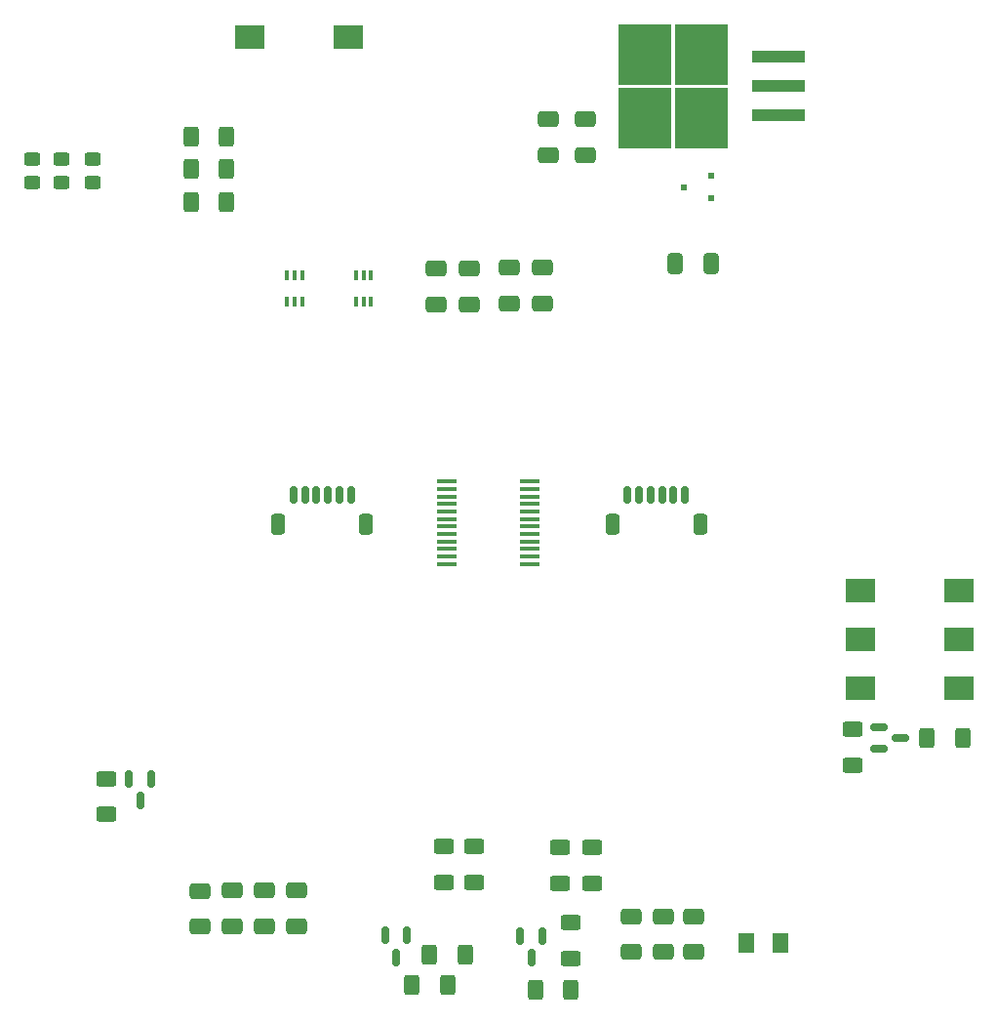
<source format=gtp>
G04 #@! TF.GenerationSoftware,KiCad,Pcbnew,7.0.8*
G04 #@! TF.CreationDate,2024-08-07T19:44:42-07:00*
G04 #@! TF.ProjectId,bloo,626c6f6f-2e6b-4696-9361-645f70636258,rev?*
G04 #@! TF.SameCoordinates,Original*
G04 #@! TF.FileFunction,Paste,Top*
G04 #@! TF.FilePolarity,Positive*
%FSLAX46Y46*%
G04 Gerber Fmt 4.6, Leading zero omitted, Abs format (unit mm)*
G04 Created by KiCad (PCBNEW 7.0.8) date 2024-08-07 19:44:42*
%MOMM*%
%LPD*%
G01*
G04 APERTURE LIST*
G04 Aperture macros list*
%AMRoundRect*
0 Rectangle with rounded corners*
0 $1 Rounding radius*
0 $2 $3 $4 $5 $6 $7 $8 $9 X,Y pos of 4 corners*
0 Add a 4 corners polygon primitive as box body*
4,1,4,$2,$3,$4,$5,$6,$7,$8,$9,$2,$3,0*
0 Add four circle primitives for the rounded corners*
1,1,$1+$1,$2,$3*
1,1,$1+$1,$4,$5*
1,1,$1+$1,$6,$7*
1,1,$1+$1,$8,$9*
0 Add four rect primitives between the rounded corners*
20,1,$1+$1,$2,$3,$4,$5,0*
20,1,$1+$1,$4,$5,$6,$7,0*
20,1,$1+$1,$6,$7,$8,$9,0*
20,1,$1+$1,$8,$9,$2,$3,0*%
G04 Aperture macros list end*
%ADD10RoundRect,0.250000X-0.450000X0.325000X-0.450000X-0.325000X0.450000X-0.325000X0.450000X0.325000X0*%
%ADD11R,2.500000X2.000000*%
%ADD12RoundRect,0.150000X-0.150000X0.587500X-0.150000X-0.587500X0.150000X-0.587500X0.150000X0.587500X0*%
%ADD13RoundRect,0.250000X-0.400000X-0.625000X0.400000X-0.625000X0.400000X0.625000X-0.400000X0.625000X0*%
%ADD14R,0.508000X0.508000*%
%ADD15RoundRect,0.250000X-0.650000X0.412500X-0.650000X-0.412500X0.650000X-0.412500X0.650000X0.412500X0*%
%ADD16RoundRect,0.250000X0.625000X-0.400000X0.625000X0.400000X-0.625000X0.400000X-0.625000X-0.400000X0*%
%ADD17RoundRect,0.250000X0.650000X-0.412500X0.650000X0.412500X-0.650000X0.412500X-0.650000X-0.412500X0*%
%ADD18RoundRect,0.250000X0.400000X0.625000X-0.400000X0.625000X-0.400000X-0.625000X0.400000X-0.625000X0*%
%ADD19RoundRect,0.150000X0.150000X0.625000X-0.150000X0.625000X-0.150000X-0.625000X0.150000X-0.625000X0*%
%ADD20RoundRect,0.250000X0.350000X0.650000X-0.350000X0.650000X-0.350000X-0.650000X0.350000X-0.650000X0*%
%ADD21R,0.355600X0.850900*%
%ADD22R,4.550000X5.250000*%
%ADD23R,4.600000X1.100000*%
%ADD24RoundRect,0.250001X-0.462499X-0.624999X0.462499X-0.624999X0.462499X0.624999X-0.462499X0.624999X0*%
%ADD25R,1.750000X0.450000*%
%ADD26RoundRect,0.250000X0.412500X0.650000X-0.412500X0.650000X-0.412500X-0.650000X0.412500X-0.650000X0*%
%ADD27RoundRect,0.150000X-0.587500X-0.150000X0.587500X-0.150000X0.587500X0.150000X-0.587500X0.150000X0*%
G04 APERTURE END LIST*
D10*
X169600000Y-110950000D03*
X169600000Y-113000000D03*
D11*
X185920000Y-100400000D03*
X194480000Y-100400000D03*
X238920000Y-152650000D03*
X247480000Y-152650000D03*
D12*
X211300000Y-178400000D03*
X209400000Y-178400000D03*
X210350000Y-180275000D03*
D11*
X238920000Y-148400000D03*
X247480000Y-148400000D03*
D13*
X210700000Y-183000000D03*
X213800000Y-183000000D03*
D14*
X225987600Y-114350001D03*
X225987600Y-112449999D03*
X223600000Y-113400000D03*
D15*
X215000000Y-107475000D03*
X215000000Y-110600000D03*
D16*
X202800000Y-173700000D03*
X202800000Y-170600000D03*
D17*
X187200000Y-177525000D03*
X187200000Y-174400000D03*
D12*
X177350000Y-164725000D03*
X175450000Y-164725000D03*
X176400000Y-166600000D03*
D18*
X203100000Y-182600000D03*
X200000000Y-182600000D03*
D12*
X199550000Y-178325000D03*
X197650000Y-178325000D03*
X198600000Y-180200000D03*
D15*
X211800000Y-107475000D03*
X211800000Y-110600000D03*
D13*
X180800000Y-109000000D03*
X183900000Y-109000000D03*
X180800000Y-114690000D03*
X183900000Y-114690000D03*
X180800000Y-111800000D03*
X183900000Y-111800000D03*
D15*
X224400000Y-176637500D03*
X224400000Y-179762500D03*
D18*
X247800000Y-161200000D03*
X244700000Y-161200000D03*
D17*
X208400000Y-123525000D03*
X208400000Y-120400000D03*
X211350000Y-123525000D03*
X211350000Y-120400000D03*
X190000000Y-177525000D03*
X190000000Y-174400000D03*
D19*
X218700000Y-140075000D03*
X219700000Y-140075000D03*
X220700000Y-140075000D03*
X221700000Y-140075000D03*
X222700000Y-140075000D03*
X223700000Y-140075000D03*
D20*
X217400000Y-142600000D03*
X225000000Y-142600000D03*
D21*
X195150001Y-123336650D03*
X195800000Y-123336650D03*
X196449999Y-123336650D03*
X196449999Y-121063350D03*
X195800000Y-121063350D03*
X195150001Y-121063350D03*
X189150001Y-123336650D03*
X189800000Y-123336650D03*
X190449999Y-123336650D03*
X190449999Y-121063350D03*
X189800000Y-121063350D03*
X189150001Y-121063350D03*
D15*
X205000000Y-120437500D03*
X205000000Y-123562500D03*
D16*
X215600000Y-173800000D03*
X215600000Y-170700000D03*
D15*
X219000000Y-176637500D03*
X219000000Y-179762500D03*
D22*
X225075000Y-107435000D03*
X225075000Y-101885000D03*
X220225000Y-107435000D03*
X220225000Y-101885000D03*
D23*
X231800000Y-107200000D03*
X231800000Y-104660000D03*
X231800000Y-102120000D03*
D24*
X228974000Y-178936000D03*
X231949000Y-178936000D03*
D16*
X173500000Y-167800000D03*
X173500000Y-164700000D03*
D25*
X203000000Y-138950000D03*
X203000000Y-139600000D03*
X203000000Y-140250000D03*
X203000000Y-140900000D03*
X203000000Y-141550000D03*
X203000000Y-142200000D03*
X203000000Y-142850000D03*
X203000000Y-143500000D03*
X203000000Y-144150000D03*
X203000000Y-144800000D03*
X203000000Y-145450000D03*
X203000000Y-146100000D03*
X210200000Y-146100000D03*
X210200000Y-145450000D03*
X210200000Y-144800000D03*
X210200000Y-144150000D03*
X210200000Y-143500000D03*
X210200000Y-142850000D03*
X210200000Y-142200000D03*
X210200000Y-141550000D03*
X210200000Y-140900000D03*
X210200000Y-140250000D03*
X210200000Y-139600000D03*
X210200000Y-138950000D03*
D17*
X181600000Y-177562500D03*
X181600000Y-174437500D03*
D10*
X172240000Y-110950000D03*
X172240000Y-113000000D03*
D19*
X189700000Y-140075000D03*
X190700000Y-140075000D03*
X191700000Y-140075000D03*
X192700000Y-140075000D03*
X193700000Y-140075000D03*
X194700000Y-140075000D03*
D20*
X188400000Y-142600000D03*
X196000000Y-142600000D03*
D26*
X225962500Y-120000000D03*
X222837500Y-120000000D03*
D16*
X213800000Y-180300000D03*
X213800000Y-177200000D03*
D27*
X240525000Y-160250000D03*
X240525000Y-162150000D03*
X242400000Y-161200000D03*
D15*
X221800000Y-176637500D03*
X221800000Y-179762500D03*
D16*
X238200000Y-163550000D03*
X238200000Y-160450000D03*
D15*
X202050000Y-120437500D03*
X202050000Y-123562500D03*
D18*
X204600000Y-180000000D03*
X201500000Y-180000000D03*
D16*
X205400000Y-173700000D03*
X205400000Y-170600000D03*
D10*
X167000000Y-110950000D03*
X167000000Y-113000000D03*
D16*
X212800000Y-173800000D03*
X212800000Y-170700000D03*
D17*
X184400000Y-177525000D03*
X184400000Y-174400000D03*
D11*
X238920000Y-156850000D03*
X247480000Y-156850000D03*
M02*

</source>
